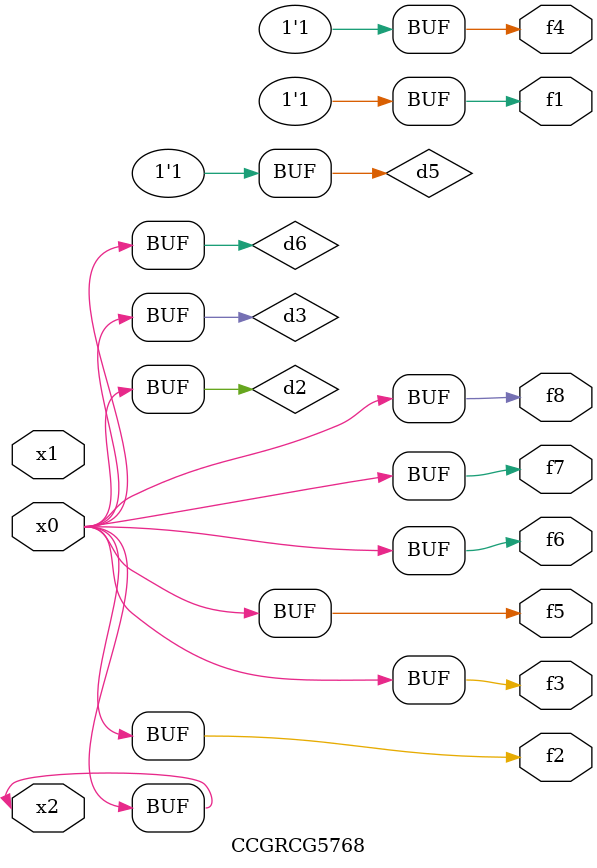
<source format=v>
module CCGRCG5768(
	input x0, x1, x2,
	output f1, f2, f3, f4, f5, f6, f7, f8
);

	wire d1, d2, d3, d4, d5, d6;

	xnor (d1, x2);
	buf (d2, x0, x2);
	and (d3, x0);
	xnor (d4, x1, x2);
	nand (d5, d1, d3);
	buf (d6, d2, d3);
	assign f1 = d5;
	assign f2 = d6;
	assign f3 = d6;
	assign f4 = d5;
	assign f5 = d6;
	assign f6 = d6;
	assign f7 = d6;
	assign f8 = d6;
endmodule

</source>
